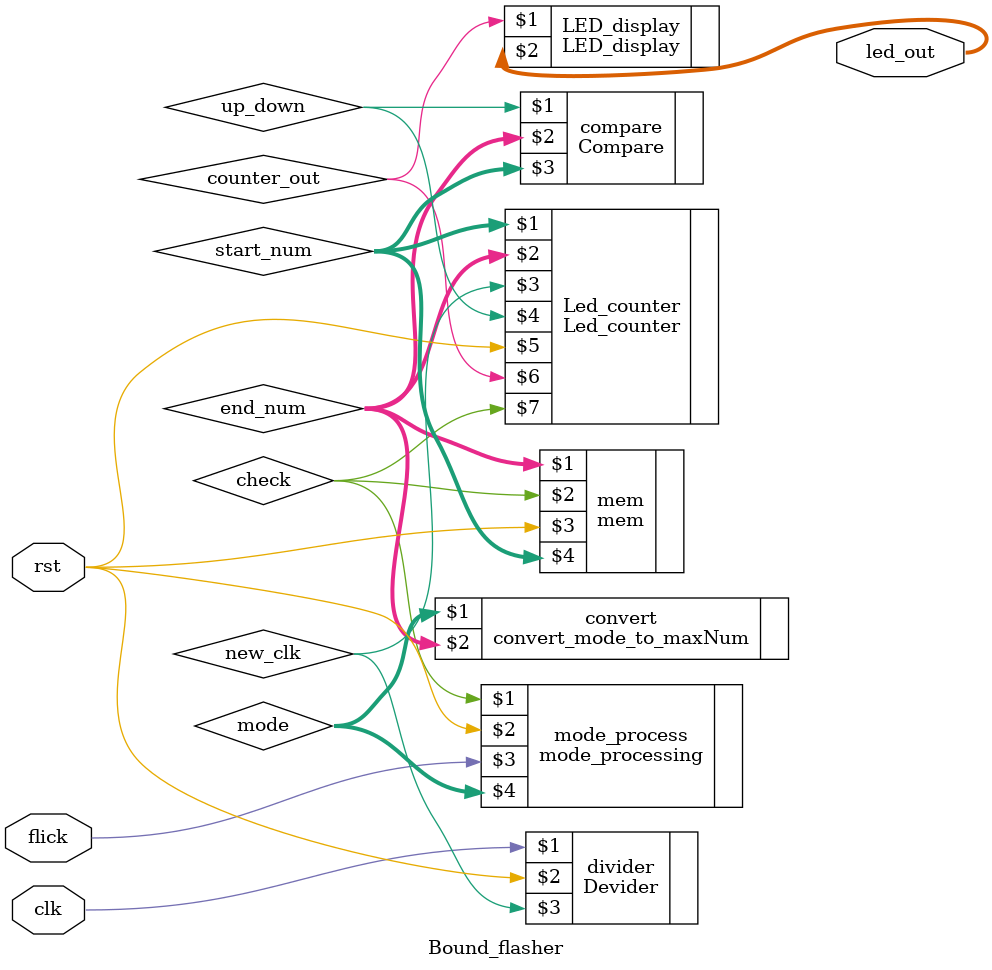
<source format=v>
module Bound_flasher( 	input 	rst,
								input 	clk,
								input 	flick,
								output reg  [15:0]  led_out
						);
	wire new_clk, up_down, check;
	wire [4:0] start_num;
	wire [4:0] end_num;
//	wire [4:0] pre_max_num;
//	wire [4:0] max_num;
	wire [2:0] mode;
	
	
	Devider divider(clk,rst,new_clk);
	Led_counter Led_counter(start_num,end_num, new_clk, 
									up_down, rst,counter_out,check);
	LED_display LED_display(counter_out, led_out);
	Compare compare(up_down,end_num,start_num);
	mem mem(end_num,check,rst,start_num);
	convert_mode_to_maxNum convert(mode, end_num);
	mode_processing mode_process(check, rst, flick, mode);
	
	
endmodule	
</source>
